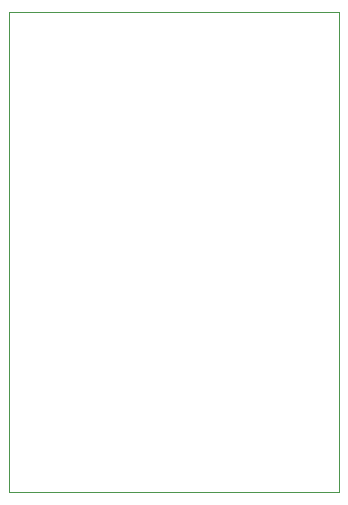
<source format=gbr>
%TF.GenerationSoftware,KiCad,Pcbnew,(6.0.9)*%
%TF.CreationDate,2022-12-01T08:12:18+00:00*%
%TF.ProjectId,Traffic Light,54726166-6669-4632-904c-696768742e6b,rev?*%
%TF.SameCoordinates,Original*%
%TF.FileFunction,Profile,NP*%
%FSLAX46Y46*%
G04 Gerber Fmt 4.6, Leading zero omitted, Abs format (unit mm)*
G04 Created by KiCad (PCBNEW (6.0.9)) date 2022-12-01 08:12:18*
%MOMM*%
%LPD*%
G01*
G04 APERTURE LIST*
%TA.AperFunction,Profile*%
%ADD10C,0.100000*%
%TD*%
G04 APERTURE END LIST*
D10*
X142240000Y-71120000D02*
X170180000Y-71120000D01*
X170180000Y-111760000D02*
X142240000Y-111760000D01*
X170180000Y-71120000D02*
X170180000Y-111760000D01*
X142240000Y-111760000D02*
X142240000Y-71120000D01*
M02*

</source>
